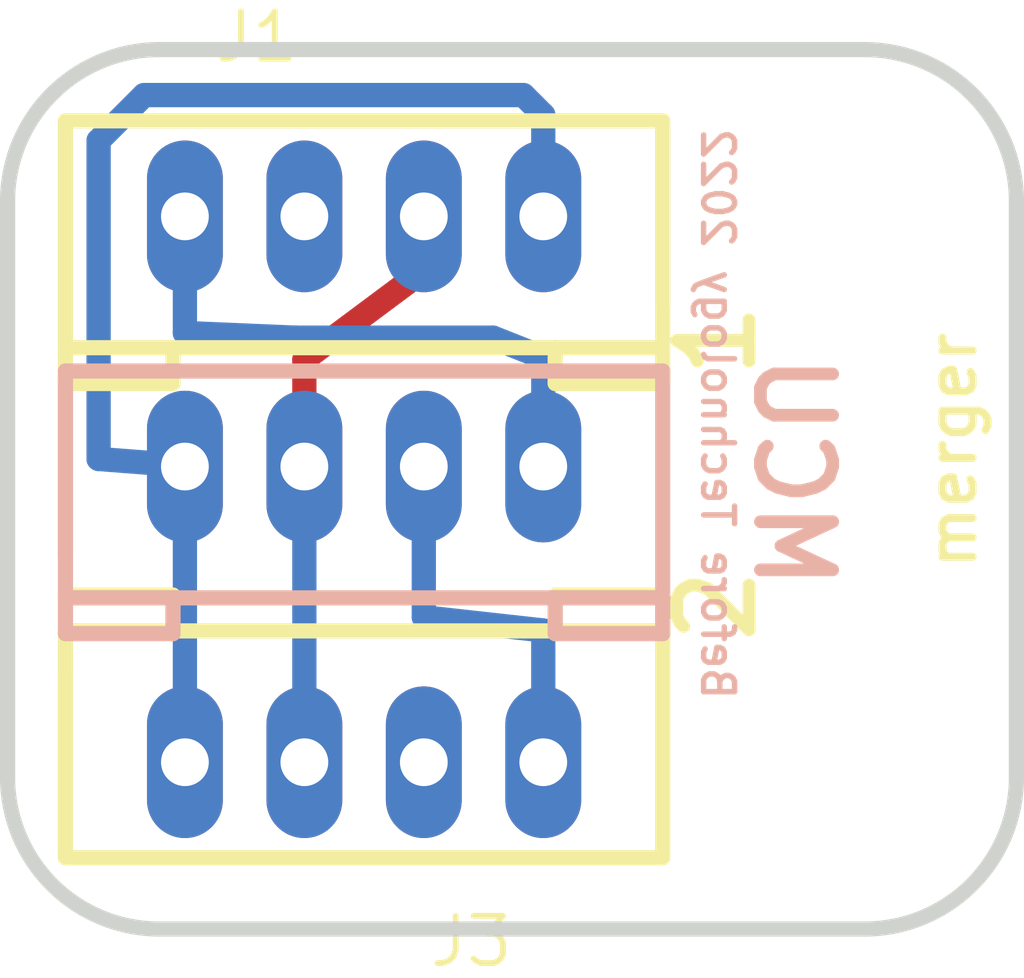
<source format=kicad_pcb>
(kicad_pcb (version 20211014) (generator pcbnew)
  (layers (0 "F.Cu" signal) (31 "B.Cu" signal) (34 "B.Paste" user) (35 "F.Paste" user) (36 "B.SilkS" user "B.Silkscreen") (37 "F.SilkS" user "F.Silkscreen") (38 "B.Mask" user) (39 "F.Mask" user) (44 "Edge.Cuts" user))
  (net 0 "")
  (net 1 "GND")
  (net 2 "N$2")
  (net 3 "N$1")
  (net 4 "N$4")
  (footprint "weaver_merger:HW4-2.0" (layer "F.Cu") (at 146.0246 109.5756 180)
    (fp_text reference "J3" (at -2.54 -2.54 180) (layer "F.SilkS") (effects (font (size 0.79121 0.79121) (thickness 0.09779)) (justify right top)))
    (fp_text value "4P-2.0")
    (fp_line (start -5 -1.6) (end 5 -1.6) (layer "F.SilkS") (width 0.254))
    (fp_line (start -5 2.8) (end -3.2 2.8) (layer "F.SilkS") (width 0.254))
    (fp_line (start -3.2 2.2) (end 3.2 2.2) (layer "F.SilkS") (width 0.254))
    (fp_line (start -3.2 2.8) (end -3.2 2.2) (layer "F.SilkS") (width 0.254))
    (fp_line (start 5 2.2) (end 5 -1.6) (layer "F.SilkS") (width 0.254))
    (fp_line (start 3.2 2.2) (end 5 2.2) (layer "F.SilkS") (width 0.254))
    (fp_line (start 3.2 2.2) (end 3.2 2.8) (layer "F.SilkS") (width 0.254))
    (fp_line (start 3.2 2.8) (end 5 2.8) (layer "F.SilkS") (width 0.254))
    (fp_line (start 5 -1.5) (end 5 1.5) (layer "F.SilkS") (width 0.254))
    (fp_line (start -5 -1) (end -5 1) (layer "F.SilkS") (width 0.127))
    (fp_line (start -5 -1.6) (end -5 2.2) (layer "F.SilkS") (width 0.254))
    (fp_line (start -5 2.2) (end -5 2.8) (layer "F.SilkS") (width 0.254))
    (fp_line (start -5 2.2) (end -3.2 2.2) (layer "F.SilkS") (width 0.254))
    (fp_line (start 5 2.8) (end 5 2.2) (layer "F.SilkS") (width 0.254))
    (pad "1" thru_hole oval (at -3 0 270) (size 2.54 1.27) (drill 0.8) (layers *.Cu *.Mask) (net 2 "N$2"))
    (pad "2" thru_hole oval (at -1 0 270) (size 2.54 1.27) (drill 0.8) (layers *.Cu *.Mask))
    (pad "3" thru_hole oval (at 1 0 270) (size 2.54 1.27) (drill 0.8) (layers *.Cu *.Mask) (net 4 "N$4"))
    (pad "4" thru_hole oval (at 3 0 270) (size 2.54 1.27) (drill 0.8) (layers *.Cu *.Mask) (net 1 "GND"))
  )
  (footprint "weaver_merger:HW4-2.0" (layer "F.Cu") (at 146.0246 100.4316)
    (fp_text reference "J1" (at -2.54 -2.54) (layer "F.SilkS") (effects (font (size 0.79121 0.79121) (thickness 0.09779)) (justify left bottom)))
    (fp_text value "4P-2.0")
    (fp_line (start -5 2.8) (end -3.2 2.8) (layer "F.SilkS") (width 0.254))
    (fp_line (start 3.2 2.2) (end 3.2 2.8) (layer "F.SilkS") (width 0.254))
    (fp_line (start -3.2 2.8) (end -3.2 2.2) (layer "F.SilkS") (width 0.254))
    (fp_line (start 3.2 2.2) (end 5 2.2) (layer "F.SilkS") (width 0.254))
    (fp_line (start -5 -1.6) (end 5 -1.6) (layer "F.SilkS") (width 0.254))
    (fp_line (start -5 -1) (end -5 1) (layer "F.SilkS") (width 0.127))
    (fp_line (start 3.2 2.8) (end 5 2.8) (layer "F.SilkS") (width 0.254))
    (fp_line (start 5 -1.5) (end 5 1.5) (layer "F.SilkS") (width 0.254))
    (fp_line (start -5 2.2) (end -3.2 2.2) (layer "F.SilkS") (width 0.254))
    (fp_line (start 5 2.2) (end 5 -1.6) (layer "F.SilkS") (width 0.254))
    (fp_line (start -3.2 2.2) (end 3.2 2.2) (layer "F.SilkS") (width 0.254))
    (fp_line (start 5 2.8) (end 5 2.2) (layer "F.SilkS") (width 0.254))
    (fp_line (start -5 2.2) (end -5 2.8) (layer "F.SilkS") (width 0.254))
    (fp_line (start -5 -1.6) (end -5 2.2) (layer "F.SilkS") (width 0.254))
    (pad "1" thru_hole oval (at -3 0 90) (size 2.54 1.27) (drill 0.8) (layers *.Cu *.Mask) (net 3 "N$1"))
    (pad "2" thru_hole oval (at -1 0 90) (size 2.54 1.27) (drill 0.8) (layers *.Cu *.Mask))
    (pad "3" thru_hole oval (at 1 0 90) (size 2.54 1.27) (drill 0.8) (layers *.Cu *.Mask) (net 4 "N$4"))
    (pad "4" thru_hole oval (at 3 0 90) (size 2.54 1.27) (drill 0.8) (layers *.Cu *.Mask) (net 1 "GND"))
  )
  (footprint "" (layer "F.Cu") (at 154.5336 110.0836)
    (fp_text reference "@HOLE1" hide)
    (fp_text value "" (at 0 0) (layer "F.SilkS") (effects (font (size 1.27 1.27))))
    (pad "" np_thru_hole circle (at 0 0) (size 3.175 3.175) (drill 3.175) (layers *.Cu *.Mask))
  )
  (footprint "" (layer "F.Cu") (at 154.5336 99.9236)
    (fp_text reference "@HOLE0" hide)
    (fp_text value "" (at 0 0) (layer "F.SilkS") (effects (font (size 1.27 1.27))))
    (pad "" np_thru_hole circle (at 0 0) (size 3.175 3.175) (drill 3.175) (layers *.Cu *.Mask))
  )
  (footprint "weaver_merger:HW4-2.0" (layer "B.Cu") (at 146.0246 104.6226 180)
    (fp_text reference "J2" hide)
    (fp_text value "4P-2.0" hide)
    (fp_line (start 3.2 -2.2) (end 5 -2.2) (layer "B.SilkS") (width 0.254))
    (fp_line (start -5 -2.8) (end -3.2 -2.8) (layer "B.SilkS") (width 0.254))
    (fp_line (start 5 -2.8) (end 5 -2.2) (layer "B.SilkS") (width 0.254))
    (fp_line (start -5 -2.2) (end -5 -2.8) (layer "B.SilkS") (width 0.254))
    (fp_line (start -3.2 -2.8) (end -3.2 -2.2) (layer "B.SilkS") (width 0.254))
    (fp_line (start -5 -2.2) (end -3.2 -2.2) (layer "B.SilkS") (width 0.254))
    (fp_line (start 5 1.5) (end 5 -1.5) (layer "B.SilkS") (width 0.254))
    (fp_line (start 5 -2.2) (end 5 1.6) (layer "B.SilkS") (width 0.254))
    (fp_line (start 3.2 -2.8) (end 5 -2.8) (layer "B.SilkS") (width 0.254))
    (fp_line (start -5 1.6) (end -5 -2.2) (layer "B.SilkS") (width 0.254))
    (fp_line (start -5 1) (end -5 -1) (layer "B.SilkS") (width 0.127))
    (fp_line (start -5 1.6) (end 5 1.6) (layer "B.SilkS") (width 0.254))
    (fp_line (start -3.2 -2.2) (end 3.2 -2.2) (layer "B.SilkS") (width 0.254))
    (fp_line (start 3.2 -2.2) (end 3.2 -2.8) (layer "B.SilkS") (width 0.254))
    (pad "1" thru_hole oval (at -3 0 90) (size 2.54 1.27) (drill 0.8) (layers *.Cu *.Mask) (net 3 "N$1"))
    (pad "2" thru_hole oval (at -1 0 90) (size 2.54 1.27) (drill 0.8) (layers *.Cu *.Mask) (net 2 "N$2"))
    (pad "3" thru_hole oval (at 1 0 90) (size 2.54 1.27) (drill 0.8) (layers *.Cu *.Mask) (net 4 "N$4"))
    (pad "4" thru_hole oval (at 3 0 90) (size 2.54 1.27) (drill 0.8) (layers *.Cu *.Mask) (net 1 "GND"))
  )
  (gr_arc (start 156.9466 109.8296) (mid 156.202651 111.625651) (end 154.4066 112.3696) (layer "Edge.Cuts") (width 0.254))
  (gr_line (start 140.0556 100.1776) (end 140.0556 109.8296) (layer "Edge.Cuts") (width 0.254))
  (gr_line (start 156.9466 100.1776) (end 156.9466 109.8296) (layer "Edge.Cuts") (width 0.254))
  (gr_line (start 154.4066 112.3696) (end 142.5956 112.3696) (layer "Edge.Cuts") (width 0.254))
  (gr_arc (start 140.0556 100.1776) (mid 140.799549 98.381549) (end 142.5956 97.6376) (layer "Edge.Cuts") (width 0.254))
  (gr_line (start 142.5956 97.6376) (end 154.4066 97.6376) (layer "Edge.Cuts") (width 0.254))
  (gr_arc (start 142.5956 112.3696) (mid 140.799549 111.625651) (end 140.0556 109.8296) (layer "Edge.Cuts") (width 0.254))
  (gr_arc (start 154.4066 97.6376) (mid 156.202651 98.381549) (end 156.9466 100.1776) (layer "Edge.Cuts") (width 0.254))
  (gr_text "Before Technology 2022" (at 152.2476 98.9076 -90) (layer "B.SilkS") (effects (font (size 0.51816 0.51816) (thickness 0.09144)) (justify right top mirror)))
  (gr_text "MCU" (at 152.5016 106.7816 -90) (layer "B.SilkS") (effects (font (size 1.20904 1.20904) (thickness 0.21336)) (justify left bottom mirror)))
  (gr_text "2" (at 152.6286 107.6706 90) (layer "F.SilkS") (effects (font (size 1.20904 1.20904) (thickness 0.21336)) (justify left bottom)))
  (gr_text "merger" (at 156.3116 106.4006 90) (layer "F.SilkS") (effects (font (size 0.75565 0.75565) (thickness 0.13335)) (justify left bottom)))
  (gr_text "1" (at 152.6286 103.2256 90) (layer "F.SilkS") (effects (font (size 1.20904 1.20904) (thickness 0.21336)) (justify left bottom)))
  (segment (start 148.6916 98.3996) (end 142.3416 98.3996) (width 0.4064) (layer "B.Cu") (net 1))
  (segment (start 143.0246 104.6226) (end 143.2306 104.6226) (width 0.4064) (layer "B.Cu") (net 1))
  (segment (start 149.0246 100.4316) (end 149.0246 98.7326) (width 0.4064) (layer "B.Cu") (net 1))
  (segment (start 141.5796 104.4956) (end 143.2306 104.6226) (width 0.4064) (layer "B.Cu") (net 1))
  (segment (start 142.3416 98.3996) (end 141.5796 99.1616) (width 0.4064) (layer "B.Cu") (net 1))
  (segment (start 143.0246 109.5756) (end 143.0246 104.6226) (width 0.4064) (layer "B.Cu") (net 1))
  (segment (start 141.5796 99.1616) (end 141.5796 104.4956) (width 0.4064) (layer "B.Cu") (net 1))
  (segment (start 149.0246 98.7326) (end 148.6916 98.3996) (width 0.4064) (layer "B.Cu") (net 1))
  (segment (start 149.0246 109.5756) (end 149.0246 107.3686) (width 0.4064) (layer "B.Cu") (net 2))
  (segment (start 147.0246 104.6226) (end 147.0246 107.1466) (width 0.4064) (layer "B.Cu") (net 2))
  (segment (start 147.0246 107.1466) (end 149.0246 107.3686) (width 0.4064) (layer "B.Cu") (net 2))
  (segment (start 148.1836 102.4636) (end 149.0246 102.7966) (width 0.4064) (layer "B.Cu") (net 3))
  (segment (start 143.0246 102.3846) (end 144.8816 102.4636) (width 0.4064) (layer "B.Cu") (net 3))
  (segment (start 149.0246 104.6226) (end 149.0246 102.7966) (width 0.4064) (layer "B.Cu") (net 3))
  (segment (start 143.0246 100.4316) (end 143.0246 102.3846) (width 0.4064) (layer "B.Cu") (net 3))
  (segment (start 144.8816 102.4636) (end 148.1836 102.4636) (width 0.4064) (layer "B.Cu") (net 3))
  (segment (start 145.0246 102.8286) (end 147.0246 101.3366) (width 0.4064) (layer "F.Cu") (net 4))
  (segment (start 145.0246 104.6226) (end 145.0246 102.8286) (width 0.4064) (layer "F.Cu") (net 4))
  (segment (start 147.0246 100.4316) (end 147.0246 101.3366) (width 0.4064) (layer "F.Cu") (net 4))
  (segment (start 145.0246 109.5756) (end 145.0246 104.6226) (width 0.4064) (layer "B.Cu") (net 4))
)
</source>
